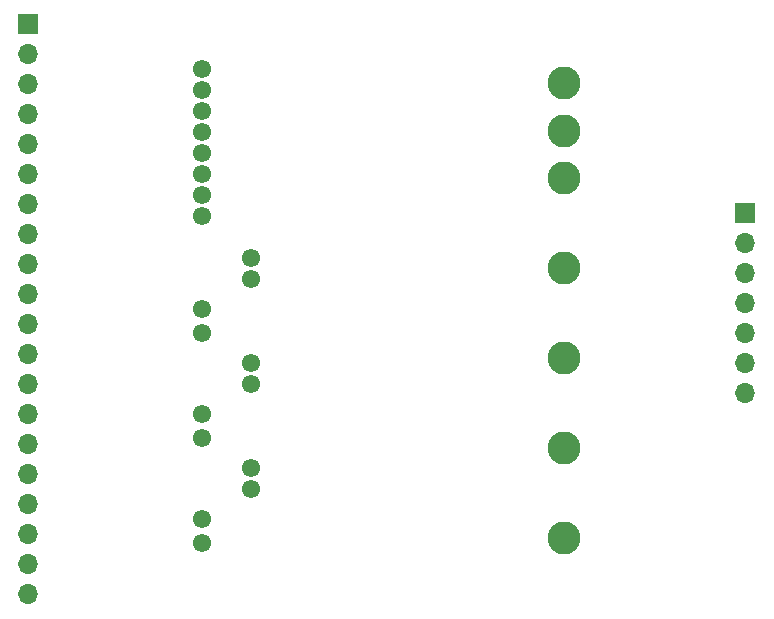
<source format=gbr>
G04 #@! TF.FileFunction,Copper,L1,Top,Signal*
%FSLAX46Y46*%
G04 Gerber Fmt 4.6, Leading zero omitted, Abs format (unit mm)*
G04 Created by KiCad (PCBNEW 4.0.5) date 09/14/17 13:27:59*
%MOMM*%
%LPD*%
G01*
G04 APERTURE LIST*
%ADD10C,0.100000*%
%ADD11R,1.700000X1.700000*%
%ADD12O,1.700000X1.700000*%
%ADD13O,1.600000X1.500000*%
%ADD14C,2.800000*%
G04 APERTURE END LIST*
D10*
D11*
X158369000Y-99695000D03*
D12*
X158369000Y-102235000D03*
X158369000Y-104775000D03*
X158369000Y-107315000D03*
X158369000Y-109855000D03*
X158369000Y-112395000D03*
X158369000Y-114935000D03*
X158369000Y-117475000D03*
X158369000Y-120015000D03*
X158369000Y-122555000D03*
X158369000Y-125095000D03*
X158369000Y-127635000D03*
X158369000Y-130175000D03*
X158369000Y-132715000D03*
X158369000Y-135255000D03*
X158369000Y-137795000D03*
X158369000Y-140335000D03*
X158369000Y-142875000D03*
X158369000Y-145415000D03*
X158369000Y-147955000D03*
D11*
X219075000Y-115697000D03*
D12*
X219075000Y-118237000D03*
X219075000Y-120777000D03*
X219075000Y-123317000D03*
X219075000Y-125857000D03*
X219075000Y-128397000D03*
X219075000Y-130937000D03*
D13*
X173101000Y-103496000D03*
X173101000Y-105274000D03*
X173101000Y-107052000D03*
X173101000Y-108830000D03*
X173101000Y-110608000D03*
X173101000Y-112386000D03*
X173101000Y-114164000D03*
X177201000Y-128388000D03*
X173101000Y-125857000D03*
X173101000Y-123807000D03*
X177201000Y-121276000D03*
X177201000Y-119498000D03*
X173101000Y-115942000D03*
X177201000Y-130166000D03*
X173101000Y-132697000D03*
X173101000Y-134747000D03*
X177201000Y-137278000D03*
X177201000Y-139056000D03*
X173101000Y-141587000D03*
X173101000Y-143637000D03*
D14*
X203701000Y-104703000D03*
X203701000Y-108703000D03*
X203701000Y-112703000D03*
X203701000Y-120323000D03*
X203701000Y-127943000D03*
X203701000Y-135563000D03*
X203701000Y-143183000D03*
M02*

</source>
